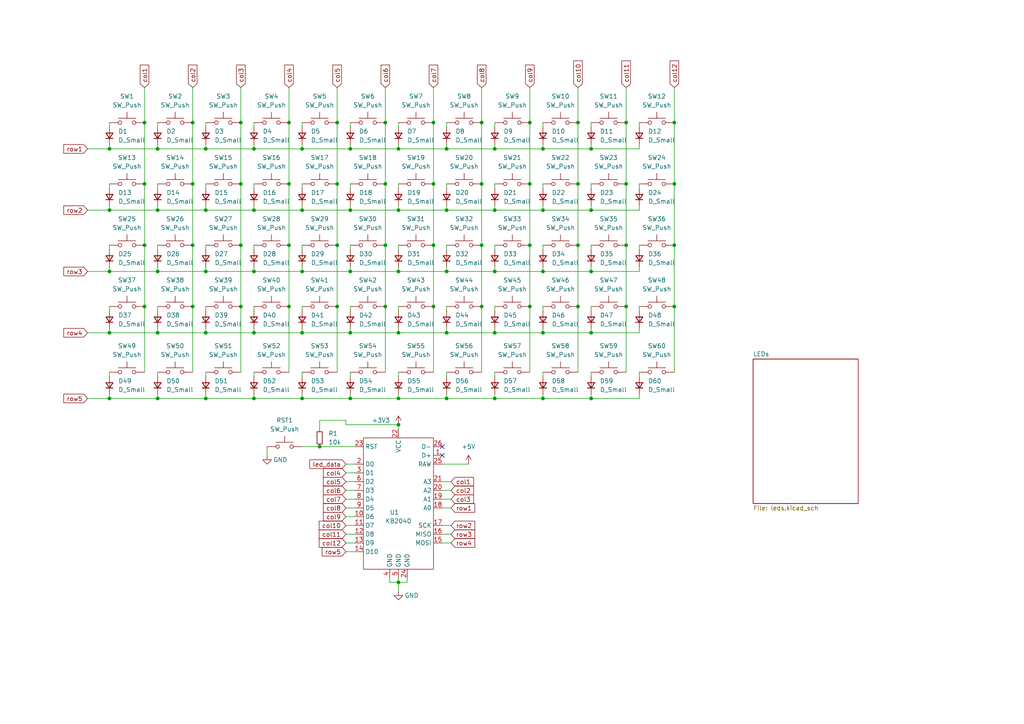
<source format=kicad_sch>
(kicad_sch (version 20211123) (generator eeschema)
  (paper "A4")
  (junction (at 167.64 53.34))
  (junction (at 153.67 35.56))
  (junction (at 87.63 115.57))
  (junction (at 181.61 35.56))
  (junction (at 87.63 43.18))
  (junction (at 101.6 43.18))
  (junction (at 55.88 35.56))
  (junction (at 181.61 88.9))
  (junction (at 31.75 60.96))
  (junction (at 143.51 78.74))
  (junction (at 111.76 53.34))
  (junction (at 73.66 60.96))
  (junction (at 101.6 96.52))
  (junction (at 195.58 88.9))
  (junction (at 45.72 96.52))
  (junction (at 125.73 88.9))
  (junction (at 55.88 71.12))
  (junction (at 31.75 43.18))
  (junction (at 55.88 88.9))
  (junction (at 73.66 43.18))
  (junction (at 195.58 71.12))
  (junction (at 101.6 60.96))
  (junction (at 125.73 35.56))
  (junction (at 195.58 53.34))
  (junction (at 181.61 53.34))
  (junction (at 111.76 71.12))
  (junction (at 97.79 71.12))
  (junction (at 143.51 60.96))
  (junction (at 129.54 96.52))
  (junction (at 73.66 78.74))
  (junction (at 83.82 71.12))
  (junction (at 157.48 115.57))
  (junction (at 45.72 43.18))
  (junction (at 157.48 60.96))
  (junction (at 101.6 78.74))
  (junction (at 45.72 60.96))
  (junction (at 115.57 115.57))
  (junction (at 31.75 96.52))
  (junction (at 129.54 43.18))
  (junction (at 97.79 35.56))
  (junction (at 171.45 78.74))
  (junction (at 157.48 96.52))
  (junction (at 45.72 115.57))
  (junction (at 87.63 78.74))
  (junction (at 41.91 53.34))
  (junction (at 171.45 60.96))
  (junction (at 125.73 53.34))
  (junction (at 115.57 60.96))
  (junction (at 92.71 129.54))
  (junction (at 157.48 43.18))
  (junction (at 171.45 96.52))
  (junction (at 139.7 53.34))
  (junction (at 45.72 78.74))
  (junction (at 83.82 35.56))
  (junction (at 143.51 43.18))
  (junction (at 69.85 53.34))
  (junction (at 171.45 43.18))
  (junction (at 195.58 35.56))
  (junction (at 167.64 71.12))
  (junction (at 129.54 115.57))
  (junction (at 97.79 53.34))
  (junction (at 125.73 71.12))
  (junction (at 73.66 96.52))
  (junction (at 111.76 35.56))
  (junction (at 139.7 71.12))
  (junction (at 171.45 115.57))
  (junction (at 59.69 78.74))
  (junction (at 69.85 71.12))
  (junction (at 115.57 168.91))
  (junction (at 143.51 115.57))
  (junction (at 59.69 115.57))
  (junction (at 139.7 88.9))
  (junction (at 73.66 115.57))
  (junction (at 59.69 60.96))
  (junction (at 69.85 35.56))
  (junction (at 41.91 88.9))
  (junction (at 87.63 60.96))
  (junction (at 97.79 88.9))
  (junction (at 101.6 115.57))
  (junction (at 115.57 43.18))
  (junction (at 59.69 43.18))
  (junction (at 31.75 115.57))
  (junction (at 69.85 88.9))
  (junction (at 129.54 78.74))
  (junction (at 41.91 71.12))
  (junction (at 115.57 123.19))
  (junction (at 115.57 78.74))
  (junction (at 153.67 71.12))
  (junction (at 111.76 88.9))
  (junction (at 167.64 88.9))
  (junction (at 139.7 35.56))
  (junction (at 181.61 71.12))
  (junction (at 83.82 53.34))
  (junction (at 31.75 78.74))
  (junction (at 55.88 53.34))
  (junction (at 115.57 96.52))
  (junction (at 153.67 53.34))
  (junction (at 129.54 60.96))
  (junction (at 83.82 88.9))
  (junction (at 153.67 88.9))
  (junction (at 87.63 96.52))
  (junction (at 59.69 96.52))
  (junction (at 157.48 78.74))
  (junction (at 41.91 35.56))
  (junction (at 143.51 96.52))
  (junction (at 167.64 35.56))
  (no_connect (at 128.27 129.54))
  (no_connect (at 128.27 132.08))
  (wire (pts (xy 101.6 88.9) (xy 101.6 90.17)))
  (wire (pts (xy 143.51 60.96) (xy 157.48 60.96)))
  (wire (pts (xy 185.42 78.74) (xy 185.42 77.47)))
  (wire (pts (xy 139.7 88.9) (xy 139.7 107.95)))
  (wire (pts (xy 171.45 88.9) (xy 171.45 90.17)))
  (wire (pts (xy 129.54 60.96) (xy 129.54 59.69)))
  (wire (pts (xy 143.51 88.9) (xy 143.51 90.17)))
  (wire (pts (xy 59.69 43.18) (xy 73.66 43.18)))
  (wire (pts (xy 167.64 25.4) (xy 167.64 35.56)))
  (wire (pts (xy 87.63 107.95) (xy 87.63 109.22)))
  (wire (pts (xy 31.75 78.74) (xy 45.72 78.74)))
  (wire (pts (xy 97.79 35.56) (xy 97.79 53.34)))
  (wire (pts (xy 87.63 88.9) (xy 87.63 90.17)))
  (wire (pts (xy 167.64 53.34) (xy 167.64 71.12)))
  (wire (pts (xy 115.57 78.74) (xy 129.54 78.74)))
  (wire (pts (xy 111.76 71.12) (xy 111.76 88.9)))
  (wire (pts (xy 73.66 71.12) (xy 73.66 72.39)))
  (wire (pts (xy 115.57 96.52) (xy 115.57 95.25)))
  (wire (pts (xy 195.58 71.12) (xy 195.58 88.9)))
  (wire (pts (xy 83.82 71.12) (xy 83.82 88.9)))
  (wire (pts (xy 45.72 53.34) (xy 45.72 54.61)))
  (wire (pts (xy 101.6 35.56) (xy 101.6 36.83)))
  (wire (pts (xy 31.75 78.74) (xy 31.75 77.47)))
  (wire (pts (xy 59.69 115.57) (xy 73.66 115.57)))
  (wire (pts (xy 69.85 71.12) (xy 69.85 88.9)))
  (wire (pts (xy 125.73 35.56) (xy 125.73 53.34)))
  (wire (pts (xy 87.63 96.52) (xy 87.63 95.25)))
  (wire (pts (xy 41.91 25.4) (xy 41.91 35.56)))
  (wire (pts (xy 195.58 35.56) (xy 195.58 53.34)))
  (wire (pts (xy 129.54 78.74) (xy 129.54 77.47)))
  (wire (pts (xy 45.72 43.18) (xy 59.69 43.18)))
  (wire (pts (xy 101.6 71.12) (xy 101.6 72.39)))
  (wire (pts (xy 128.27 139.7) (xy 130.81 139.7)))
  (wire (pts (xy 45.72 71.12) (xy 45.72 72.39)))
  (wire (pts (xy 125.73 71.12) (xy 125.73 88.9)))
  (wire (pts (xy 92.71 121.92) (xy 100.33 121.92)))
  (wire (pts (xy 113.03 168.91) (xy 115.57 168.91)))
  (wire (pts (xy 101.6 78.74) (xy 101.6 77.47)))
  (wire (pts (xy 97.79 25.4) (xy 97.79 35.56)))
  (wire (pts (xy 87.63 43.18) (xy 101.6 43.18)))
  (wire (pts (xy 157.48 96.52) (xy 171.45 96.52)))
  (wire (pts (xy 45.72 78.74) (xy 45.72 77.47)))
  (wire (pts (xy 143.51 115.57) (xy 143.51 114.3)))
  (wire (pts (xy 143.51 53.34) (xy 143.51 54.61)))
  (wire (pts (xy 73.66 115.57) (xy 87.63 115.57)))
  (wire (pts (xy 100.33 154.94) (xy 102.87 154.94)))
  (wire (pts (xy 125.73 88.9) (xy 125.73 107.95)))
  (wire (pts (xy 115.57 168.91) (xy 118.11 168.91)))
  (wire (pts (xy 100.33 142.24) (xy 102.87 142.24)))
  (wire (pts (xy 115.57 43.18) (xy 129.54 43.18)))
  (wire (pts (xy 118.11 168.91) (xy 118.11 167.64)))
  (wire (pts (xy 69.85 88.9) (xy 69.85 107.95)))
  (wire (pts (xy 59.69 60.96) (xy 59.69 59.69)))
  (wire (pts (xy 139.7 71.12) (xy 139.7 88.9)))
  (wire (pts (xy 157.48 60.96) (xy 157.48 59.69)))
  (wire (pts (xy 115.57 35.56) (xy 115.57 36.83)))
  (wire (pts (xy 115.57 71.12) (xy 115.57 72.39)))
  (wire (pts (xy 25.4 115.57) (xy 31.75 115.57)))
  (wire (pts (xy 153.67 88.9) (xy 153.67 107.95)))
  (wire (pts (xy 115.57 123.19) (xy 115.57 124.46)))
  (wire (pts (xy 31.75 107.95) (xy 31.75 109.22)))
  (wire (pts (xy 143.51 107.95) (xy 143.51 109.22)))
  (wire (pts (xy 25.4 43.18) (xy 31.75 43.18)))
  (wire (pts (xy 59.69 115.57) (xy 59.69 114.3)))
  (wire (pts (xy 101.6 43.18) (xy 115.57 43.18)))
  (wire (pts (xy 73.66 35.56) (xy 73.66 36.83)))
  (wire (pts (xy 167.64 88.9) (xy 167.64 107.95)))
  (wire (pts (xy 157.48 115.57) (xy 157.48 114.3)))
  (wire (pts (xy 87.63 60.96) (xy 101.6 60.96)))
  (wire (pts (xy 115.57 107.95) (xy 115.57 109.22)))
  (wire (pts (xy 157.48 60.96) (xy 171.45 60.96)))
  (wire (pts (xy 100.33 144.78) (xy 102.87 144.78)))
  (wire (pts (xy 83.82 25.4) (xy 83.82 35.56)))
  (wire (pts (xy 143.51 96.52) (xy 143.51 95.25)))
  (wire (pts (xy 59.69 96.52) (xy 59.69 95.25)))
  (wire (pts (xy 101.6 78.74) (xy 115.57 78.74)))
  (wire (pts (xy 129.54 43.18) (xy 143.51 43.18)))
  (wire (pts (xy 83.82 88.9) (xy 83.82 107.95)))
  (wire (pts (xy 45.72 115.57) (xy 45.72 114.3)))
  (wire (pts (xy 92.71 124.46) (xy 92.71 121.92)))
  (wire (pts (xy 115.57 167.64) (xy 115.57 168.91)))
  (wire (pts (xy 167.64 71.12) (xy 167.64 88.9)))
  (wire (pts (xy 143.51 71.12) (xy 143.51 72.39)))
  (wire (pts (xy 129.54 43.18) (xy 129.54 41.91)))
  (wire (pts (xy 87.63 129.54) (xy 92.71 129.54)))
  (wire (pts (xy 171.45 78.74) (xy 185.42 78.74)))
  (wire (pts (xy 129.54 88.9) (xy 129.54 90.17)))
  (wire (pts (xy 153.67 71.12) (xy 153.67 88.9)))
  (wire (pts (xy 100.33 149.86) (xy 102.87 149.86)))
  (wire (pts (xy 101.6 60.96) (xy 115.57 60.96)))
  (wire (pts (xy 171.45 96.52) (xy 171.45 95.25)))
  (wire (pts (xy 171.45 71.12) (xy 171.45 72.39)))
  (wire (pts (xy 143.51 96.52) (xy 157.48 96.52)))
  (wire (pts (xy 157.48 96.52) (xy 157.48 95.25)))
  (wire (pts (xy 100.33 139.7) (xy 102.87 139.7)))
  (wire (pts (xy 143.51 43.18) (xy 143.51 41.91)))
  (wire (pts (xy 55.88 71.12) (xy 55.88 88.9)))
  (wire (pts (xy 87.63 60.96) (xy 87.63 59.69)))
  (wire (pts (xy 59.69 78.74) (xy 59.69 77.47)))
  (wire (pts (xy 171.45 53.34) (xy 171.45 54.61)))
  (wire (pts (xy 129.54 53.34) (xy 129.54 54.61)))
  (wire (pts (xy 45.72 60.96) (xy 45.72 59.69)))
  (wire (pts (xy 181.61 71.12) (xy 181.61 88.9)))
  (wire (pts (xy 31.75 96.52) (xy 31.75 95.25)))
  (wire (pts (xy 195.58 25.4) (xy 195.58 35.56)))
  (wire (pts (xy 157.48 43.18) (xy 157.48 41.91)))
  (wire (pts (xy 129.54 60.96) (xy 143.51 60.96)))
  (wire (pts (xy 185.42 115.57) (xy 185.42 114.3)))
  (wire (pts (xy 185.42 88.9) (xy 185.42 90.17)))
  (wire (pts (xy 100.33 152.4) (xy 102.87 152.4)))
  (wire (pts (xy 101.6 60.96) (xy 101.6 59.69)))
  (wire (pts (xy 73.66 43.18) (xy 73.66 41.91)))
  (wire (pts (xy 181.61 25.4) (xy 181.61 35.56)))
  (wire (pts (xy 185.42 43.18) (xy 185.42 41.91)))
  (wire (pts (xy 73.66 88.9) (xy 73.66 90.17)))
  (wire (pts (xy 31.75 60.96) (xy 31.75 59.69)))
  (wire (pts (xy 45.72 115.57) (xy 59.69 115.57)))
  (wire (pts (xy 45.72 96.52) (xy 59.69 96.52)))
  (wire (pts (xy 31.75 43.18) (xy 45.72 43.18)))
  (wire (pts (xy 55.88 53.34) (xy 55.88 71.12)))
  (wire (pts (xy 59.69 71.12) (xy 59.69 72.39)))
  (wire (pts (xy 59.69 107.95) (xy 59.69 109.22)))
  (wire (pts (xy 143.51 78.74) (xy 143.51 77.47)))
  (wire (pts (xy 87.63 115.57) (xy 101.6 115.57)))
  (wire (pts (xy 31.75 115.57) (xy 31.75 114.3)))
  (wire (pts (xy 73.66 43.18) (xy 87.63 43.18)))
  (wire (pts (xy 171.45 78.74) (xy 171.45 77.47)))
  (wire (pts (xy 115.57 88.9) (xy 115.57 90.17)))
  (wire (pts (xy 31.75 96.52) (xy 45.72 96.52)))
  (wire (pts (xy 157.48 35.56) (xy 157.48 36.83)))
  (wire (pts (xy 128.27 134.62) (xy 135.89 134.62)))
  (wire (pts (xy 115.57 53.34) (xy 115.57 54.61)))
  (wire (pts (xy 153.67 25.4) (xy 153.67 35.56)))
  (wire (pts (xy 97.79 71.12) (xy 97.79 88.9)))
  (wire (pts (xy 100.33 157.48) (xy 102.87 157.48)))
  (wire (pts (xy 171.45 60.96) (xy 185.42 60.96)))
  (wire (pts (xy 59.69 60.96) (xy 73.66 60.96)))
  (wire (pts (xy 100.33 134.62) (xy 102.87 134.62)))
  (wire (pts (xy 129.54 96.52) (xy 143.51 96.52)))
  (wire (pts (xy 157.48 78.74) (xy 171.45 78.74)))
  (wire (pts (xy 139.7 25.4) (xy 139.7 35.56)))
  (wire (pts (xy 171.45 35.56) (xy 171.45 36.83)))
  (wire (pts (xy 55.88 88.9) (xy 55.88 107.95)))
  (wire (pts (xy 115.57 78.74) (xy 115.57 77.47)))
  (wire (pts (xy 128.27 144.78) (xy 130.81 144.78)))
  (wire (pts (xy 115.57 96.52) (xy 129.54 96.52)))
  (wire (pts (xy 31.75 53.34) (xy 31.75 54.61)))
  (wire (pts (xy 181.61 53.34) (xy 181.61 71.12)))
  (wire (pts (xy 92.71 129.54) (xy 102.87 129.54)))
  (wire (pts (xy 157.48 107.95) (xy 157.48 109.22)))
  (wire (pts (xy 87.63 53.34) (xy 87.63 54.61)))
  (wire (pts (xy 69.85 53.34) (xy 69.85 71.12)))
  (wire (pts (xy 185.42 53.34) (xy 185.42 54.61)))
  (wire (pts (xy 73.66 60.96) (xy 73.66 59.69)))
  (wire (pts (xy 143.51 60.96) (xy 143.51 59.69)))
  (wire (pts (xy 59.69 35.56) (xy 59.69 36.83)))
  (wire (pts (xy 101.6 96.52) (xy 115.57 96.52)))
  (wire (pts (xy 73.66 60.96) (xy 87.63 60.96)))
  (wire (pts (xy 101.6 115.57) (xy 101.6 114.3)))
  (wire (pts (xy 129.54 78.74) (xy 143.51 78.74)))
  (wire (pts (xy 125.73 25.4) (xy 125.73 35.56)))
  (wire (pts (xy 171.45 43.18) (xy 171.45 41.91)))
  (wire (pts (xy 45.72 78.74) (xy 59.69 78.74)))
  (wire (pts (xy 171.45 107.95) (xy 171.45 109.22)))
  (wire (pts (xy 111.76 53.34) (xy 111.76 71.12)))
  (wire (pts (xy 115.57 115.57) (xy 115.57 114.3)))
  (wire (pts (xy 73.66 115.57) (xy 73.66 114.3)))
  (wire (pts (xy 101.6 53.34) (xy 101.6 54.61)))
  (wire (pts (xy 59.69 78.74) (xy 73.66 78.74)))
  (wire (pts (xy 128.27 152.4) (xy 130.81 152.4)))
  (wire (pts (xy 113.03 167.64) (xy 113.03 168.91)))
  (wire (pts (xy 171.45 60.96) (xy 171.45 59.69)))
  (wire (pts (xy 195.58 53.34) (xy 195.58 71.12)))
  (wire (pts (xy 171.45 96.52) (xy 185.42 96.52)))
  (wire (pts (xy 128.27 147.32) (xy 130.81 147.32)))
  (wire (pts (xy 185.42 35.56) (xy 185.42 36.83)))
  (wire (pts (xy 87.63 96.52) (xy 101.6 96.52)))
  (wire (pts (xy 41.91 53.34) (xy 41.91 71.12)))
  (wire (pts (xy 128.27 154.94) (xy 130.81 154.94)))
  (wire (pts (xy 171.45 115.57) (xy 171.45 114.3)))
  (wire (pts (xy 171.45 115.57) (xy 185.42 115.57)))
  (wire (pts (xy 55.88 25.4) (xy 55.88 35.56)))
  (wire (pts (xy 83.82 53.34) (xy 83.82 71.12)))
  (wire (pts (xy 31.75 35.56) (xy 31.75 36.83)))
  (wire (pts (xy 111.76 88.9) (xy 111.76 107.95)))
  (wire (pts (xy 181.61 88.9) (xy 181.61 107.95)))
  (wire (pts (xy 69.85 35.56) (xy 69.85 53.34)))
  (wire (pts (xy 41.91 88.9) (xy 41.91 107.95)))
  (wire (pts (xy 31.75 88.9) (xy 31.75 90.17)))
  (wire (pts (xy 181.61 35.56) (xy 181.61 53.34)))
  (wire (pts (xy 185.42 96.52) (xy 185.42 95.25)))
  (wire (pts (xy 25.4 96.52) (xy 31.75 96.52)))
  (wire (pts (xy 100.33 137.16) (xy 102.87 137.16)))
  (wire (pts (xy 143.51 35.56) (xy 143.51 36.83)))
  (wire (pts (xy 129.54 96.52) (xy 129.54 95.25)))
  (wire (pts (xy 125.73 53.34) (xy 125.73 71.12)))
  (wire (pts (xy 185.42 71.12) (xy 185.42 72.39)))
  (wire (pts (xy 87.63 35.56) (xy 87.63 36.83)))
  (wire (pts (xy 143.51 115.57) (xy 157.48 115.57)))
  (wire (pts (xy 128.27 157.48) (xy 130.81 157.48)))
  (wire (pts (xy 129.54 71.12) (xy 129.54 72.39)))
  (wire (pts (xy 69.85 25.4) (xy 69.85 35.56)))
  (wire (pts (xy 87.63 115.57) (xy 87.63 114.3)))
  (wire (pts (xy 185.42 107.95) (xy 185.42 109.22)))
  (wire (pts (xy 25.4 60.96) (xy 31.75 60.96)))
  (wire (pts (xy 139.7 35.56) (xy 139.7 53.34)))
  (wire (pts (xy 129.54 115.57) (xy 143.51 115.57)))
  (wire (pts (xy 73.66 96.52) (xy 73.66 95.25)))
  (wire (pts (xy 55.88 35.56) (xy 55.88 53.34)))
  (wire (pts (xy 139.7 53.34) (xy 139.7 71.12)))
  (wire (pts (xy 157.48 78.74) (xy 157.48 77.47)))
  (wire (pts (xy 157.48 115.57) (xy 171.45 115.57)))
  (wire (pts (xy 87.63 71.12) (xy 87.63 72.39)))
  (wire (pts (xy 115.57 168.91) (xy 115.57 171.45)))
  (wire (pts (xy 129.54 115.57) (xy 129.54 114.3)))
  (wire (pts (xy 87.63 78.74) (xy 101.6 78.74)))
  (wire (pts (xy 45.72 60.96) (xy 59.69 60.96)))
  (wire (pts (xy 157.48 43.18) (xy 171.45 43.18)))
  (wire (pts (xy 171.45 43.18) (xy 185.42 43.18)))
  (wire (pts (xy 157.48 71.12) (xy 157.48 72.39)))
  (wire (pts (xy 73.66 78.74) (xy 87.63 78.74)))
  (wire (pts (xy 73.66 53.34) (xy 73.66 54.61)))
  (wire (pts (xy 73.66 96.52) (xy 87.63 96.52)))
  (wire (pts (xy 31.75 115.57) (xy 45.72 115.57)))
  (wire (pts (xy 45.72 88.9) (xy 45.72 90.17)))
  (wire (pts (xy 101.6 43.18) (xy 101.6 41.91)))
  (wire (pts (xy 45.72 107.95) (xy 45.72 109.22)))
  (wire (pts (xy 97.79 88.9) (xy 97.79 107.95)))
  (wire (pts (xy 45.72 35.56) (xy 45.72 36.83)))
  (wire (pts (xy 101.6 115.57) (xy 115.57 115.57)))
  (wire (pts (xy 111.76 35.56) (xy 111.76 53.34)))
  (wire (pts (xy 115.57 115.57) (xy 129.54 115.57)))
  (wire (pts (xy 31.75 71.12) (xy 31.75 72.39)))
  (wire (pts (xy 115.57 60.96) (xy 129.54 60.96)))
  (wire (pts (xy 41.91 71.12) (xy 41.91 88.9)))
  (wire (pts (xy 45.72 96.52) (xy 45.72 95.25)))
  (wire (pts (xy 97.79 53.34) (xy 97.79 71.12)))
  (wire (pts (xy 143.51 43.18) (xy 157.48 43.18)))
  (wire (pts (xy 101.6 107.95) (xy 101.6 109.22)))
  (wire (pts (xy 25.4 78.74) (xy 31.75 78.74)))
  (wire (pts (xy 157.48 53.34) (xy 157.48 54.61)))
  (wire (pts (xy 195.58 88.9) (xy 195.58 107.95)))
  (wire (pts (xy 59.69 88.9) (xy 59.69 90.17)))
  (wire (pts (xy 87.63 78.74) (xy 87.63 77.47)))
  (wire (pts (xy 31.75 43.18) (xy 31.75 41.91)))
  (wire (pts (xy 73.66 107.95) (xy 73.66 109.22)))
  (wire (pts (xy 100.33 121.92) (xy 100.33 123.19)))
  (wire (pts (xy 73.66 78.74) (xy 73.66 77.47)))
  (wire (pts (xy 129.54 35.56) (xy 129.54 36.83)))
  (wire (pts (xy 77.47 129.54) (xy 77.47 132.08)))
  (wire (pts (xy 128.27 142.24) (xy 130.81 142.24)))
  (wire (pts (xy 167.64 35.56) (xy 167.64 53.34)))
  (wire (pts (xy 100.33 147.32) (xy 102.87 147.32)))
  (wire (pts (xy 59.69 96.52) (xy 73.66 96.52)))
  (wire (pts (xy 185.42 60.96) (xy 185.42 59.69)))
  (wire (pts (xy 115.57 60.96) (xy 115.57 59.69)))
  (wire (pts (xy 153.67 53.34) (xy 153.67 71.12)))
  (wire (pts (xy 45.72 43.18) (xy 45.72 41.91)))
  (wire (pts (xy 59.69 43.18) (xy 59.69 41.91)))
  (wire (pts (xy 101.6 96.52) (xy 101.6 95.25)))
  (wire (pts (xy 41.91 35.56) (xy 41.91 53.34)))
  (wire (pts (xy 100.33 123.19) (xy 115.57 123.19)))
  (wire (pts (xy 83.82 35.56) (xy 83.82 53.34)))
  (wire (pts (xy 111.76 25.4) (xy 111.76 35.56)))
  (wire (pts (xy 129.54 107.95) (xy 129.54 109.22)))
  (wire (pts (xy 31.75 60.96) (xy 45.72 60.96)))
  (wire (pts (xy 143.51 78.74) (xy 157.48 78.74)))
  (wire (pts (xy 87.63 43.18) (xy 87.63 41.91)))
  (wire (pts (xy 100.33 160.02) (xy 102.87 160.02)))
  (wire (pts (xy 115.57 43.18) (xy 115.57 41.91)))
  (wire (pts (xy 153.67 35.56) (xy 153.67 53.34)))
  (wire (pts (xy 59.69 53.34) (xy 59.69 54.61)))
  (wire (pts (xy 157.48 88.9) (xy 157.48 90.17)))
  (global_label "col9" (shape input) (at 100.33 149.86 180) (property "Intersheet References" "${INTERSHEET_REFS}" (effects hide)))
  (global_label "col12" (shape input) (at 100.33 157.48 180) (property "Intersheet References" "${INTERSHEET_REFS}" (effects hide)))
  (global_label "row3" (shape input) (at 25.4 78.74 180) (property "Intersheet References" "${INTERSHEET_REFS}" (effects hide)))
  (global_label "col11" (shape input) (at 181.61 25.4 90) (property "Intersheet References" "${INTERSHEET_REFS}" (effects hide)))
  (global_label "row4" (shape input) (at 25.4 96.52 180) (property "Intersheet References" "${INTERSHEET_REFS}" (effects hide)))
  (global_label "col4" (shape input) (at 100.33 137.16 180) (property "Intersheet References" "${INTERSHEET_REFS}" (effects hide)))
  (global_label "col10" (shape input) (at 167.64 25.4 90) (property "Intersheet References" "${INTERSHEET_REFS}" (effects hide)))
  (global_label "col11" (shape input) (at 100.33 154.94 180) (property "Intersheet References" "${INTERSHEET_REFS}" (effects hide)))
  (global_label "col9" (shape input) (at 153.67 25.4 90) (property "Intersheet References" "${INTERSHEET_REFS}" (effects hide)))
  (global_label "row1" (shape input) (at 130.81 147.32 0) (property "Intersheet References" "${INTERSHEET_REFS}" (effects hide)))
  (global_label "col6" (shape input) (at 100.33 142.24 180) (property "Intersheet References" "${INTERSHEET_REFS}" (effects hide)))
  (global_label "col3" (shape input) (at 69.85 25.4 90) (property "Intersheet References" "${INTERSHEET_REFS}" (effects hide)))
  (global_label "col8" (shape input) (at 139.7 25.4 90) (property "Intersheet References" "${INTERSHEET_REFS}" (effects hide)))
  (global_label "row3" (shape input) (at 130.81 154.94 0) (property "Intersheet References" "${INTERSHEET_REFS}" (effects hide)))
  (global_label "col5" (shape input) (at 100.33 139.7 180) (property "Intersheet References" "${INTERSHEET_REFS}" (effects hide)))
  (global_label "row2" (shape input) (at 25.4 60.96 180) (property "Intersheet References" "${INTERSHEET_REFS}" (effects hide)))
  (global_label "row2" (shape input) (at 130.81 152.4 0) (property "Intersheet References" "${INTERSHEET_REFS}" (effects hide)))
  (global_label "col1" (shape input) (at 41.91 25.4 90) (property "Intersheet References" "${INTERSHEET_REFS}" (effects hide)))
  (global_label "col2" (shape input) (at 130.81 142.24 0) (property "Intersheet References" "${INTERSHEET_REFS}" (effects hide)))
  (global_label "col7" (shape input) (at 125.73 25.4 90) (property "Intersheet References" "${INTERSHEET_REFS}" (effects hide)))
  (global_label "row4" (shape input) (at 130.81 157.48 0) (property "Intersheet References" "${INTERSHEET_REFS}" (effects hide)))
  (global_label "row5" (shape input) (at 25.4 115.57 180) (property "Intersheet References" "${INTERSHEET_REFS}" (effects hide)))
  (global_label "col1" (shape input) (at 130.81 139.7 0) (property "Intersheet References" "${INTERSHEET_REFS}" (effects hide)))
  (global_label "col4" (shape input) (at 83.82 25.4 90) (property "Intersheet References" "${INTERSHEET_REFS}" (effects hide)))
  (global_label "col3" (shape input) (at 130.81 144.78 0) (property "Intersheet References" "${INTERSHEET_REFS}" (effects hide)))
  (global_label "col5" (shape input) (at 97.79 25.4 90) (property "Intersheet References" "${INTERSHEET_REFS}" (effects hide)))
  (global_label "col7" (shape input) (at 100.33 144.78 180) (property "Intersheet References" "${INTERSHEET_REFS}" (effects hide)))
  (global_label "col2" (shape input) (at 55.88 25.4 90) (property "Intersheet References" "${INTERSHEET_REFS}" (effects hide)))
  (global_label "col10" (shape input) (at 100.33 152.4 180) (property "Intersheet References" "${INTERSHEET_REFS}" (effects hide)))
  (global_label "row5" (shape input) (at 100.33 160.02 180) (property "Intersheet References" "${INTERSHEET_REFS}" (effects hide)))
  (global_label "col12" (shape input) (at 195.58 25.4 90) (property "Intersheet References" "${INTERSHEET_REFS}" (effects hide)))
  (global_label "row1" (shape input) (at 25.4 43.18 180) (property "Intersheet References" "${INTERSHEET_REFS}" (effects hide)))
  (global_label "col6" (shape input) (at 111.76 25.4 90) (property "Intersheet References" "${INTERSHEET_REFS}" (effects hide)))
  (global_label "col8" (shape input) (at 100.33 147.32 180) (property "Intersheet References" "${INTERSHEET_REFS}" (effects hide)))
  (global_label "led_data" (shape input) (at 100.33 134.62 180) (property "Intersheet References" "${INTERSHEET_REFS}" (effects hide)))
  (symbol (lib_id "Device:D_Small") (at 45.72 74.93 90) (unit 1)
    (property "Reference" "D26" (at 48.26 73.6599 90) (effects (justify right)))
    (property "Value" "D_Small" (at 48.26 76.1999 90) (effects (justify right)))
    (property "Footprint" "Diode_SMD:D_0805_2012Metric_Pad1.15x1.40mm_HandSolder" (effects hide))
  )
  (symbol (lib_id "Switch:SW_Push") (at 92.71 35.56 0) (unit 1)
    (property "Reference" "SW5" (at 92.71 27.94 0))
    (property "Value" "SW_Push" (at 92.71 30.48 0))
    (property "Footprint" "switches:Choc_ChocSpacing" (effects hide))
  )
  (symbol (lib_id "Device:D_Small") (at 115.57 57.15 90) (unit 1)
    (property "Reference" "D19" (at 118.11 55.8799 90) (effects (justify right)))
    (property "Value" "D_Small" (at 118.11 58.4199 90) (effects (justify right)))
    (property "Footprint" "Diode_SMD:D_0805_2012Metric_Pad1.15x1.40mm_HandSolder" (effects hide))
  )
  (symbol (lib_id "Device:D_Small") (at 143.51 39.37 90) (unit 1)
    (property "Reference" "D9" (at 146.05 38.0999 90) (effects (justify right)))
    (property "Value" "D_Small" (at 146.05 40.6399 90) (effects (justify right)))
    (property "Footprint" "Diode_SMD:D_0805_2012Metric_Pad1.15x1.40mm_HandSolder" (effects hide))
  )
  (symbol (lib_id "Switch:SW_Push") (at 148.59 35.56 0) (unit 1)
    (property "Reference" "SW9" (at 148.59 27.94 0))
    (property "Value" "SW_Push" (at 148.59 30.48 0))
    (property "Footprint" "switches:Choc_ChocSpacing" (effects hide))
  )
  (symbol (lib_id "Device:D_Small") (at 45.72 92.71 90) (unit 1)
    (property "Reference" "D38" (at 48.26 91.4399 90) (effects (justify right)))
    (property "Value" "D_Small" (at 48.26 93.9799 90) (effects (justify right)))
    (property "Footprint" "Diode_SMD:D_0805_2012Metric_Pad1.15x1.40mm_HandSolder" (effects hide))
  )
  (symbol (lib_id "Device:D_Small") (at 171.45 111.76 90) (unit 1)
    (property "Reference" "D59" (at 173.99 110.4899 90) (effects (justify right)))
    (property "Value" "D_Small" (at 173.99 113.0299 90) (effects (justify right)))
    (property "Footprint" "Diode_SMD:D_0805_2012Metric_Pad1.15x1.40mm_HandSolder" (effects hide))
  )
  (symbol (lib_id "Device:D_Small") (at 31.75 39.37 90) (unit 1)
    (property "Reference" "D1" (at 34.29 38.0999 90) (effects (justify right)))
    (property "Value" "D_Small" (at 34.29 40.6399 90) (effects (justify right)))
    (property "Footprint" "Diode_SMD:D_0805_2012Metric_Pad1.15x1.40mm_HandSolder" (effects hide))
  )
  (symbol (lib_id "Switch:SW_Push") (at 64.77 53.34 0) (unit 1)
    (property "Reference" "SW15" (at 64.77 45.72 0))
    (property "Value" "SW_Push" (at 64.77 48.26 0))
    (property "Footprint" "switches:Choc_ChocSpacing" (effects hide))
  )
  (symbol (lib_id "Switch:SW_Push") (at 92.71 107.95 0) (unit 1)
    (property "Reference" "SW53" (at 92.71 100.33 0))
    (property "Value" "SW_Push" (at 92.71 102.87 0))
    (property "Footprint" "switches:Choc_ChocSpacing" (effects hide))
  )
  (symbol (lib_id "Switch:SW_Push") (at 78.74 53.34 0) (unit 1)
    (property "Reference" "SW16" (at 78.74 45.72 0))
    (property "Value" "SW_Push" (at 78.74 48.26 0))
    (property "Footprint" "switches:Choc_ChocSpacing" (effects hide))
  )
  (symbol (lib_id "Switch:SW_Push") (at 176.53 88.9 0) (unit 1)
    (property "Reference" "SW47" (at 176.53 81.28 0))
    (property "Value" "SW_Push" (at 176.53 83.82 0))
    (property "Footprint" "switches:Choc_ChocSpacing" (effects hide))
  )
  (symbol (lib_id "Switch:SW_Push") (at 134.62 35.56 0) (unit 1)
    (property "Reference" "SW8" (at 134.62 27.94 0))
    (property "Value" "SW_Push" (at 134.62 30.48 0))
    (property "Footprint" "switches:Choc_ChocSpacing" (effects hide))
  )
  (symbol (lib_id "Device:D_Small") (at 185.42 74.93 90) (unit 1)
    (property "Reference" "D36" (at 187.96 73.6599 90) (effects (justify right)))
    (property "Value" "D_Small" (at 187.96 76.1999 90) (effects (justify right)))
    (property "Footprint" "Diode_SMD:D_0805_2012Metric_Pad1.15x1.40mm_HandSolder" (effects hide))
  )
  (symbol (lib_id "Switch:SW_Push") (at 190.5 88.9 0) (unit 1)
    (property "Reference" "SW48" (at 190.5 81.28 0))
    (property "Value" "SW_Push" (at 190.5 83.82 0))
    (property "Footprint" "switches:Choc_ChocSpacing" (effects hide))
  )
  (symbol (lib_id "Switch:SW_Push") (at 78.74 88.9 0) (unit 1)
    (property "Reference" "SW40" (at 78.74 81.28 0))
    (property "Value" "SW_Push" (at 78.74 83.82 0))
    (property "Footprint" "switches:Choc_ChocSpacing" (effects hide))
  )
  (symbol (lib_id "Switch:SW_Push") (at 120.65 53.34 0) (unit 1)
    (property "Reference" "SW19" (at 120.65 45.72 0))
    (property "Value" "SW_Push" (at 120.65 48.26 0))
    (property "Footprint" "switches:Choc_ChocSpacing" (effects hide))
  )
  (symbol (lib_id "Device:D_Small") (at 31.75 111.76 90) (unit 1)
    (property "Reference" "D49" (at 34.29 110.4899 90) (effects (justify right)))
    (property "Value" "D_Small" (at 34.29 113.0299 90) (effects (justify right)))
    (property "Footprint" "Diode_SMD:D_0805_2012Metric_Pad1.15x1.40mm_HandSolder" (effects hide))
  )
  (symbol (lib_id "Device:D_Small") (at 157.48 74.93 90) (unit 1)
    (property "Reference" "D34" (at 160.02 73.6599 90) (effects (justify right)))
    (property "Value" "D_Small" (at 160.02 76.1999 90) (effects (justify right)))
    (property "Footprint" "Diode_SMD:D_0805_2012Metric_Pad1.15x1.40mm_HandSolder" (effects hide))
  )
  (symbol (lib_id "Switch:SW_Push") (at 120.65 107.95 0) (unit 1)
    (property "Reference" "SW55" (at 120.65 100.33 0))
    (property "Value" "SW_Push" (at 120.65 102.87 0))
    (property "Footprint" "switches:Choc_ChocSpacing" (effects hide))
  )
  (symbol (lib_id "power:+5V") (at 135.89 134.62 0) (unit 1)
    (property "Reference" "#PWR0105" (effects hide))
    (property "Value" "+5V" (at 135.89 129.54 0))
  )
  (symbol (lib_id "Device:D_Small") (at 143.51 111.76 90) (unit 1)
    (property "Reference" "D57" (at 146.05 110.4899 90) (effects (justify right)))
    (property "Value" "D_Small" (at 146.05 113.0299 90) (effects (justify right)))
    (property "Footprint" "Diode_SMD:D_0805_2012Metric_Pad1.15x1.40mm_HandSolder" (effects hide))
  )
  (symbol (lib_id "Switch:SW_Push") (at 36.83 107.95 0) (unit 1)
    (property "Reference" "SW49" (at 36.83 100.33 0))
    (property "Value" "SW_Push" (at 36.83 102.87 0))
    (property "Footprint" "switches:Choc_ChocSpacing" (effects hide))
  )
  (symbol (lib_id "Device:D_Small") (at 73.66 92.71 90) (unit 1)
    (property "Reference" "D40" (at 76.2 91.4399 90) (effects (justify right)))
    (property "Value" "D_Small" (at 76.2 93.9799 90) (effects (justify right)))
    (property "Footprint" "Diode_SMD:D_0805_2012Metric_Pad1.15x1.40mm_HandSolder" (effects hide))
  )
  (symbol (lib_id "Device:D_Small") (at 87.63 39.37 90) (unit 1)
    (property "Reference" "D5" (at 90.17 38.0999 90) (effects (justify right)))
    (property "Value" "D_Small" (at 90.17 40.6399 90) (effects (justify right)))
    (property "Footprint" "Diode_SMD:D_0805_2012Metric_Pad1.15x1.40mm_HandSolder" (effects hide))
  )
  (symbol (lib_id "Switch:SW_Push") (at 134.62 71.12 0) (unit 1)
    (property "Reference" "SW32" (at 134.62 63.5 0))
    (property "Value" "SW_Push" (at 134.62 66.04 0))
    (property "Footprint" "switches:Choc_ChocSpacing" (effects hide))
  )
  (symbol (lib_id "Switch:SW_Push") (at 134.62 107.95 0) (unit 1)
    (property "Reference" "SW56" (at 134.62 100.33 0))
    (property "Value" "SW_Push" (at 134.62 102.87 0))
    (property "Footprint" "switches:Choc_ChocSpacing" (effects hide))
  )
  (symbol (lib_id "Device:D_Small") (at 157.48 111.76 90) (unit 1)
    (property "Reference" "D58" (at 160.02 110.4899 90) (effects (justify right)))
    (property "Value" "D_Small" (at 160.02 113.0299 90) (effects (justify right)))
    (property "Footprint" "Diode_SMD:D_0805_2012Metric_Pad1.15x1.40mm_HandSolder" (effects hide))
  )
  (symbol (lib_id "Switch:SW_Push") (at 92.71 53.34 0) (unit 1)
    (property "Reference" "SW17" (at 92.71 45.72 0))
    (property "Value" "SW_Push" (at 92.71 48.26 0))
    (property "Footprint" "switches:Choc_ChocSpacing" (effects hide))
  )
  (symbol (lib_id "Switch:SW_Push") (at 50.8 71.12 0) (unit 1)
    (property "Reference" "SW26" (at 50.8 63.5 0))
    (property "Value" "SW_Push" (at 50.8 66.04 0))
    (property "Footprint" "switches:Choc_ChocSpacing" (effects hide))
  )
  (symbol (lib_id "Device:D_Small") (at 101.6 39.37 90) (unit 1)
    (property "Reference" "D6" (at 104.14 38.0999 90) (effects (justify right)))
    (property "Value" "D_Small" (at 104.14 40.6399 90) (effects (justify right)))
    (property "Footprint" "Diode_SMD:D_0805_2012Metric_Pad1.15x1.40mm_HandSolder" (effects hide))
  )
  (symbol (lib_id "Switch:SW_Push") (at 120.65 35.56 0) (unit 1)
    (property "Reference" "SW7" (at 120.65 27.94 0))
    (property "Value" "SW_Push" (at 120.65 30.48 0))
    (property "Footprint" "switches:Choc_ChocSpacing" (effects hide))
  )
  (symbol (lib_id "Switch:SW_Push") (at 176.53 71.12 0) (unit 1)
    (property "Reference" "SW35" (at 176.53 63.5 0))
    (property "Value" "SW_Push" (at 176.53 66.04 0))
    (property "Footprint" "switches:Choc_ChocSpacing" (effects hide))
  )
  (symbol (lib_id "Switch:SW_Push") (at 148.59 107.95 0) (unit 1)
    (property "Reference" "SW57" (at 148.59 100.33 0))
    (property "Value" "SW_Push" (at 148.59 102.87 0))
    (property "Footprint" "switches:Choc_ChocSpacing" (effects hide))
  )
  (symbol (lib_id "Device:D_Small") (at 143.51 74.93 90) (unit 1)
    (property "Reference" "D33" (at 146.05 73.6599 90) (effects (justify right)))
    (property "Value" "D_Small" (at 146.05 76.1999 90) (effects (justify right)))
    (property "Footprint" "Diode_SMD:D_0805_2012Metric_Pad1.15x1.40mm_HandSolder" (effects hide))
  )
  (symbol (lib_id "Device:D_Small") (at 157.48 92.71 90) (unit 1)
    (property "Reference" "D46" (at 160.02 91.4399 90) (effects (justify right)))
    (property "Value" "D_Small" (at 160.02 93.9799 90) (effects (justify right)))
    (property "Footprint" "Diode_SMD:D_0805_2012Metric_Pad1.15x1.40mm_HandSolder" (effects hide))
  )
  (symbol (lib_id "Device:D_Small") (at 129.54 92.71 90) (unit 1)
    (property "Reference" "D44" (at 132.08 91.4399 90) (effects (justify right)))
    (property "Value" "D_Small" (at 132.08 93.9799 90) (effects (justify right)))
    (property "Footprint" "Diode_SMD:D_0805_2012Metric_Pad1.15x1.40mm_HandSolder" (effects hide))
  )
  (symbol (lib_id "Device:D_Small") (at 143.51 57.15 90) (unit 1)
    (property "Reference" "D21" (at 146.05 55.8799 90) (effects (justify right)))
    (property "Value" "D_Small" (at 146.05 58.4199 90) (effects (justify right)))
    (property "Footprint" "Diode_SMD:D_0805_2012Metric_Pad1.15x1.40mm_HandSolder" (effects hide))
  )
  (symbol (lib_id "Switch:SW_Push") (at 120.65 88.9 0) (unit 1)
    (property "Reference" "SW43" (at 120.65 81.28 0))
    (property "Value" "SW_Push" (at 120.65 83.82 0))
    (property "Footprint" "switches:Choc_ChocSpacing" (effects hide))
  )
  (symbol (lib_id "Switch:SW_Push") (at 148.59 71.12 0) (unit 1)
    (property "Reference" "SW33" (at 148.59 63.5 0))
    (property "Value" "SW_Push" (at 148.59 66.04 0))
    (property "Footprint" "switches:Choc_ChocSpacing" (effects hide))
  )
  (symbol (lib_id "Device:D_Small") (at 171.45 92.71 90) (unit 1)
    (property "Reference" "D47" (at 173.99 91.4399 90) (effects (justify right)))
    (property "Value" "D_Small" (at 173.99 93.9799 90) (effects (justify right)))
    (property "Footprint" "Diode_SMD:D_0805_2012Metric_Pad1.15x1.40mm_HandSolder" (effects hide))
  )
  (symbol (lib_id "Device:D_Small") (at 59.69 57.15 90) (unit 1)
    (property "Reference" "D15" (at 62.23 55.8799 90) (effects (justify right)))
    (property "Value" "D_Small" (at 62.23 58.4199 90) (effects (justify right)))
    (property "Footprint" "Diode_SMD:D_0805_2012Metric_Pad1.15x1.40mm_HandSolder" (effects hide))
  )
  (symbol (lib_id "Device:D_Small") (at 129.54 39.37 90) (unit 1)
    (property "Reference" "D8" (at 132.08 38.0999 90) (effects (justify right)))
    (property "Value" "D_Small" (at 132.08 40.6399 90) (effects (justify right)))
    (property "Footprint" "Diode_SMD:D_0805_2012Metric_Pad1.15x1.40mm_HandSolder" (effects hide))
  )
  (symbol (lib_id "Switch:SW_Push") (at 36.83 35.56 0) (unit 1)
    (property "Reference" "SW1" (at 36.83 27.94 0))
    (property "Value" "SW_Push" (at 36.83 30.48 0))
    (property "Footprint" "switches:Choc_ChocSpacing" (effects hide))
  )
  (symbol (lib_id "Device:D_Small") (at 115.57 74.93 90) (unit 1)
    (property "Reference" "D31" (at 118.11 73.6599 90) (effects (justify right)))
    (property "Value" "D_Small" (at 118.11 76.1999 90) (effects (justify right)))
    (property "Footprint" "Diode_SMD:D_0805_2012Metric_Pad1.15x1.40mm_HandSolder" (effects hide))
  )
  (symbol (lib_id "Device:D_Small") (at 59.69 39.37 90) (unit 1)
    (property "Reference" "D3" (at 62.23 38.0999 90) (effects (justify right)))
    (property "Value" "D_Small" (at 62.23 40.6399 90) (effects (justify right)))
    (property "Footprint" "Diode_SMD:D_0805_2012Metric_Pad1.15x1.40mm_HandSolder" (effects hide))
  )
  (symbol (lib_id "Switch:SW_Push") (at 148.59 88.9 0) (unit 1)
    (property "Reference" "SW45" (at 148.59 81.28 0))
    (property "Value" "SW_Push" (at 148.59 83.82 0))
    (property "Footprint" "switches:Choc_ChocSpacing" (effects hide))
  )
  (symbol (lib_id "Keyboard:KB2040") (at 115.57 151.13 0) (unit 1)
    (property "Reference" "U1" (at 113.03 148.59 0) (effects (justify left)))
    (property "Value" "KB2040" (at 111.76 151.13 0) (effects (justify left)))
    (property "Footprint" "boards:kb2040" (effects hide))
  )
  (symbol (lib_id "Device:D_Small") (at 87.63 111.76 90) (unit 1)
    (property "Reference" "D53" (at 90.17 110.4899 90) (effects (justify right)))
    (property "Value" "D_Small" (at 90.17 113.0299 90) (effects (justify right)))
    (property "Footprint" "Diode_SMD:D_0805_2012Metric_Pad1.15x1.40mm_HandSolder" (effects hide))
  )
  (symbol (lib_id "Device:D_Small") (at 171.45 74.93 90) (unit 1)
    (property "Reference" "D35" (at 173.99 73.6599 90) (effects (justify right)))
    (property "Value" "D_Small" (at 173.99 76.1999 90) (effects (justify right)))
    (property "Footprint" "Diode_SMD:D_0805_2012Metric_Pad1.15x1.40mm_HandSolder" (effects hide))
  )
  (symbol (lib_id "Device:D_Small") (at 45.72 111.76 90) (unit 1)
    (property "Reference" "D50" (at 48.26 110.4899 90) (effects (justify right)))
    (property "Value" "D_Small" (at 48.26 113.0299 90) (effects (justify right)))
    (property "Footprint" "Diode_SMD:D_0805_2012Metric_Pad1.15x1.40mm_HandSolder" (effects hide))
  )
  (symbol (lib_id "Device:D_Small") (at 115.57 39.37 90) (unit 1)
    (property "Reference" "D7" (at 118.11 38.0999 90) (effects (justify right)))
    (property "Value" "D_Small" (at 118.11 40.6399 90) (effects (justify right)))
    (property "Footprint" "Diode_SMD:D_0805_2012Metric_Pad1.15x1.40mm_HandSolder" (effects hide))
  )
  (symbol (lib_id "Device:D_Small") (at 73.66 111.76 90) (unit 1)
    (property "Reference" "D52" (at 76.2 110.4899 90) (effects (justify right)))
    (property "Value" "D_Small" (at 76.2 113.0299 90) (effects (justify right)))
    (property "Footprint" "Diode_SMD:D_0805_2012Metric_Pad1.15x1.40mm_HandSolder" (effects hide))
  )
  (symbol (lib_id "Switch:SW_Push") (at 190.5 71.12 0) (unit 1)
    (property "Reference" "SW36" (at 190.5 63.5 0))
    (property "Value" "SW_Push" (at 190.5 66.04 0))
    (property "Footprint" "switches:Choc_ChocSpacing" (effects hide))
  )
  (symbol (lib_id "Switch:SW_Push") (at 134.62 88.9 0) (unit 1)
    (property "Reference" "SW44" (at 134.62 81.28 0))
    (property "Value" "SW_Push" (at 134.62 83.82 0))
    (property "Footprint" "switches:Choc_ChocSpacing" (effects hide))
  )
  (symbol (lib_id "Device:D_Small") (at 101.6 92.71 90) (unit 1)
    (property "Reference" "D42" (at 104.14 91.4399 90) (effects (justify right)))
    (property "Value" "D_Small" (at 104.14 93.9799 90) (effects (justify right)))
    (property "Footprint" "Diode_SMD:D_0805_2012Metric_Pad1.15x1.40mm_HandSolder" (effects hide))
  )
  (symbol (lib_id "Device:D_Small") (at 87.63 74.93 90) (unit 1)
    (property "Reference" "D29" (at 90.17 73.6599 90) (effects (justify right)))
    (property "Value" "D_Small" (at 90.17 76.1999 90) (effects (justify right)))
    (property "Footprint" "Diode_SMD:D_0805_2012Metric_Pad1.15x1.40mm_HandSolder" (effects hide))
  )
  (symbol (lib_id "Switch:SW_Push") (at 106.68 71.12 0) (unit 1)
    (property "Reference" "SW30" (at 106.68 63.5 0))
    (property "Value" "SW_Push" (at 106.68 66.04 0))
    (property "Footprint" "switches:Choc_ChocSpacing" (effects hide))
  )
  (symbol (lib_id "Device:D_Small") (at 73.66 74.93 90) (unit 1)
    (property "Reference" "D28" (at 76.2 73.6599 90) (effects (justify right)))
    (property "Value" "D_Small" (at 76.2 76.1999 90) (effects (justify right)))
    (property "Footprint" "Diode_SMD:D_0805_2012Metric_Pad1.15x1.40mm_HandSolder" (effects hide))
  )
  (symbol (lib_id "Switch:SW_Push") (at 176.53 35.56 0) (unit 1)
    (property "Reference" "SW11" (at 176.53 27.94 0))
    (property "Value" "SW_Push" (at 176.53 30.48 0))
    (property "Footprint" "switches:Choc_ChocSpacing" (effects hide))
  )
  (symbol (lib_id "Switch:SW_Push") (at 64.77 88.9 0) (unit 1)
    (property "Reference" "SW39" (at 64.77 81.28 0))
    (property "Value" "SW_Push" (at 64.77 83.82 0))
    (property "Footprint" "switches:Choc_ChocSpacing" (effects hide))
  )
  (symbol (lib_id "Device:D_Small") (at 45.72 57.15 90) (unit 1)
    (property "Reference" "D14" (at 48.26 55.8799 90) (effects (justify right)))
    (property "Value" "D_Small" (at 48.26 58.4199 90) (effects (justify right)))
    (property "Footprint" "Diode_SMD:D_0805_2012Metric_Pad1.15x1.40mm_HandSolder" (effects hide))
  )
  (symbol (lib_id "Device:D_Small") (at 129.54 74.93 90) (unit 1)
    (property "Reference" "D32" (at 132.08 73.6599 90) (effects (justify right)))
    (property "Value" "D_Small" (at 132.08 76.1999 90) (effects (justify right)))
    (property "Footprint" "Diode_SMD:D_0805_2012Metric_Pad1.15x1.40mm_HandSolder" (effects hide))
  )
  (symbol (lib_id "Switch:SW_Push") (at 134.62 53.34 0) (unit 1)
    (property "Reference" "SW20" (at 134.62 45.72 0))
    (property "Value" "SW_Push" (at 134.62 48.26 0))
    (property "Footprint" "switches:Choc_ChocSpacing" (effects hide))
  )
  (symbol (lib_id "Switch:SW_Push") (at 190.5 107.95 0) (unit 1)
    (property "Reference" "SW60" (at 190.5 100.33 0))
    (property "Value" "SW_Push" (at 190.5 102.87 0))
    (property "Footprint" "switches:Choc_ChocSpacing" (effects hide))
  )
  (symbol (lib_id "Device:D_Small") (at 101.6 57.15 90) (unit 1)
    (property "Reference" "D18" (at 104.14 55.8799 90) (effects (justify right)))
    (property "Value" "D_Small" (at 104.14 58.4199 90) (effects (justify right)))
    (property "Footprint" "Diode_SMD:D_0805_2012Metric_Pad1.15x1.40mm_HandSolder" (effects hide))
  )
  (symbol (lib_id "Device:D_Small") (at 157.48 57.15 90) (unit 1)
    (property "Reference" "D22" (at 160.02 55.8799 90) (effects (justify right)))
    (property "Value" "D_Small" (at 160.02 58.4199 90) (effects (justify right)))
    (property "Footprint" "Diode_SMD:D_0805_2012Metric_Pad1.15x1.40mm_HandSolder" (effects hide))
  )
  (symbol (lib_id "Switch:SW_Push") (at 162.56 53.34 0) (unit 1)
    (property "Reference" "SW22" (at 162.56 45.72 0))
    (property "Value" "SW_Push" (at 162.56 48.26 0))
    (property "Footprint" "switches:Choc_ChocSpacing" (effects hide))
  )
  (symbol (lib_id "Switch:SW_Push") (at 120.65 71.12 0) (unit 1)
    (property "Reference" "SW31" (at 120.65 63.5 0))
    (property "Value" "SW_Push" (at 120.65 66.04 0))
    (property "Footprint" "switches:Choc_ChocSpacing" (effects hide))
  )
  (symbol (lib_id "Switch:SW_Push") (at 36.83 88.9 0) (unit 1)
    (property "Reference" "SW37" (at 36.83 81.28 0))
    (property "Value" "SW_Push" (at 36.83 83.82 0))
    (property "Footprint" "switches:Choc_ChocSpacing" (effects hide))
  )
  (symbol (lib_id "Switch:SW_Push") (at 106.68 53.34 0) (unit 1)
    (property "Reference" "SW18" (at 106.68 45.72 0))
    (property "Value" "SW_Push" (at 106.68 48.26 0))
    (property "Footprint" "switches:Choc_ChocSpacing" (effects hide))
  )
  (symbol (lib_id "Device:D_Small") (at 115.57 111.76 90) (unit 1)
    (property "Reference" "D55" (at 118.11 110.4899 90) (effects (justify right)))
    (property "Value" "D_Small" (at 118.11 113.0299 90) (effects (justify right)))
    (property "Footprint" "Diode_SMD:D_0805_2012Metric_Pad1.15x1.40mm_HandSolder" (effects hide))
  )
  (symbol (lib_id "Switch:SW_Push") (at 106.68 88.9 0) (unit 1)
    (property "Reference" "SW42" (at 106.68 81.28 0))
    (property "Value" "SW_Push" (at 106.68 83.82 0))
    (property "Footprint" "switches:Choc_ChocSpacing" (effects hide))
  )
  (symbol (lib_id "Device:D_Small") (at 59.69 92.71 90) (unit 1)
    (property "Reference" "D39" (at 62.23 91.4399 90) (effects (justify right)))
    (property "Value" "D_Small" (at 62.23 93.9799 90) (effects (justify right)))
    (property "Footprint" "Diode_SMD:D_0805_2012Metric_Pad1.15x1.40mm_HandSolder" (effects hide))
  )
  (symbol (lib_id "Switch:SW_Push") (at 162.56 35.56 0) (unit 1)
    (property "Reference" "SW10" (at 162.56 27.94 0))
    (property "Value" "SW_Push" (at 162.56 30.48 0))
    (property "Footprint" "switches:Choc_ChocSpacing" (effects hide))
  )
  (symbol (lib_id "Switch:SW_Push") (at 50.8 53.34 0) (unit 1)
    (property "Reference" "SW14" (at 50.8 45.72 0))
    (property "Value" "SW_Push" (at 50.8 48.26 0))
    (property "Footprint" "switches:Choc_ChocSpacing" (effects hide))
  )
  (symbol (lib_id "Device:D_Small") (at 101.6 74.93 90) (unit 1)
    (property "Reference" "D30" (at 104.14 73.6599 90) (effects (justify right)))
    (property "Value" "D_Small" (at 104.14 76.1999 90) (effects (justify right)))
    (property "Footprint" "Diode_SMD:D_0805_2012Metric_Pad1.15x1.40mm_HandSolder" (effects hide))
  )
  (symbol (lib_id "Switch:SW_Push") (at 162.56 88.9 0) (unit 1)
    (property "Reference" "SW46" (at 162.56 81.28 0))
    (property "Value" "SW_Push" (at 162.56 83.82 0))
    (property "Footprint" "switches:Choc_ChocSpacing" (effects hide))
  )
  (symbol (lib_id "Device:R_Small") (at 92.71 127 0) (unit 1)
    (property "Reference" "R1" (at 95.25 125.7299 0) (effects (justify left)))
    (property "Value" "10k" (at 95.25 128.2699 0) (effects (justify left)))
    (property "Footprint" "Resistor_SMD:R_0805_2012Metric_Pad1.20x1.40mm_HandSolder" (effects hide))
  )
  (symbol (lib_id "Switch:SW_Push") (at 50.8 35.56 0) (unit 1)
    (property "Reference" "SW2" (at 50.8 27.94 0))
    (property "Value" "SW_Push" (at 50.8 30.48 0))
    (property "Footprint" "switches:Choc_ChocSpacing" (effects hide))
  )
  (symbol (lib_id "Device:D_Small") (at 31.75 57.15 90) (unit 1)
    (property "Reference" "D13" (at 34.29 55.8799 90) (effects (justify right)))
    (property "Value" "D_Small" (at 34.29 58.4199 90) (effects (justify right)))
    (property "Footprint" "Diode_SMD:D_0805_2012Metric_Pad1.15x1.40mm_HandSolder" (effects hide))
  )
  (symbol (lib_id "Switch:SW_Push") (at 36.83 71.12 0) (unit 1)
    (property "Reference" "SW25" (at 36.83 63.5 0))
    (property "Value" "SW_Push" (at 36.83 66.04 0))
    (property "Footprint" "switches:Choc_ChocSpacing" (effects hide))
  )
  (symbol (lib_id "power:GND") (at 77.47 132.08 0) (unit 1)
    (property "Reference" "#PWR02" (effects hide))
    (property "Value" "GND" (at 81.28 133.35 0))
  )
  (symbol (lib_id "Device:D_Small") (at 171.45 39.37 90) (unit 1)
    (property "Reference" "D11" (at 173.99 38.0999 90) (effects (justify right)))
    (property "Value" "D_Small" (at 173.99 40.6399 90) (effects (justify right)))
    (property "Footprint" "Diode_SMD:D_0805_2012Metric_Pad1.15x1.40mm_HandSolder" (effects hide))
  )
  (symbol (lib_id "Device:D_Small") (at 73.66 39.37 90) (unit 1)
    (property "Reference" "D4" (at 76.2 38.0999 90) (effects (justify right)))
    (property "Value" "D_Small" (at 76.2 40.6399 90) (effects (justify right)))
    (property "Footprint" "Diode_SMD:D_0805_2012Metric_Pad1.15x1.40mm_HandSolder" (effects hide))
  )
  (symbol (lib_id "Switch:SW_Push") (at 106.68 35.56 0) (unit 1)
    (property "Reference" "SW6" (at 106.68 27.94 0))
    (property "Value" "SW_Push" (at 106.68 30.48 0))
    (property "Footprint" "switches:Choc_ChocSpacing" (effects hide))
  )
  (symbol (lib_id "Switch:SW_Push") (at 92.71 71.12 0) (unit 1)
    (property "Reference" "SW29" (at 92.71 63.5 0))
    (property "Value" "SW_Push" (at 92.71 66.04 0))
    (property "Footprint" "switches:Choc_ChocSpacing" (effects hide))
  )
  (symbol (lib_id "Switch:SW_Push") (at 162.56 107.95 0) (unit 1)
    (property "Reference" "SW58" (at 162.56 100.33 0))
    (property "Value" "SW_Push" (at 162.56 102.87 0))
    (property "Footprint" "switches:Choc_ChocSpacing" (effects hide))
  )
  (symbol (lib_id "Device:D_Small") (at 31.75 74.93 90) (unit 1)
    (property "Reference" "D25" (at 34.29 73.6599 90) (effects (justify right)))
    (property "Value" "D_Small" (at 34.29 76.1999 90) (effects (justify right)))
    (property "Footprint" "Diode_SMD:D_0805_2012Metric_Pad1.15x1.40mm_HandSolder" (effects hide))
  )
  (symbol (lib_id "Switch:SW_Push") (at 50.8 107.95 0) (unit 1)
    (property "Reference" "SW50" (at 50.8 100.33 0))
    (property "Value" "SW_Push" (at 50.8 102.87 0))
    (property "Footprint" "switches:Choc_ChocSpacing" (effects hide))
  )
  (symbol (lib_id "Device:D_Small") (at 185.42 111.76 90) (unit 1)
    (property "Reference" "D60" (at 187.96 110.4899 90) (effects (justify right)))
    (property "Value" "D_Small" (at 187.96 113.0299 90) (effects (justify right)))
    (property "Footprint" "Diode_SMD:D_0805_2012Metric_Pad1.15x1.40mm_HandSolder" (effects hide))
  )
  (symbol (lib_id "Device:D_Small") (at 115.57 92.71 90) (unit 1)
    (property "Reference" "D43" (at 118.11 91.4399 90) (effects (justify right)))
    (property "Value" "D_Small" (at 118.11 93.9799 90) (effects (justify right)))
    (property "Footprint" "Diode_SMD:D_0805_2012Metric_Pad1.15x1.40mm_HandSolder" (effects hide))
  )
  (symbol (lib_id "Device:D_Small") (at 31.75 92.71 90) (unit 1)
    (property "Reference" "D37" (at 34.29 91.4399 90) (effects (justify right)))
    (property "Value" "D_Small" (at 34.29 93.9799 90) (effects (justify right)))
    (property "Footprint" "Diode_SMD:D_0805_2012Metric_Pad1.15x1.40mm_HandSolder" (effects hide))
  )
  (symbol (lib_id "Device:D_Small") (at 171.45 57.15 90) (unit 1)
    (property "Reference" "D23" (at 173.99 55.8799 90) (effects (justify right)))
    (property "Value" "D_Small" (at 173.99 58.4199 90) (effects (justify right)))
    (property "Footprint" "Diode_SMD:D_0805_2012Metric_Pad1.15x1.40mm_HandSolder" (effects hide))
  )
  (symbol (lib_id "Device:D_Small") (at 87.63 92.71 90) (unit 1)
    (property "Reference" "D41" (at 90.17 91.4399 90) (effects (justify right)))
    (property "Value" "D_Small" (at 90.17 93.9799 90) (effects (justify right)))
    (property "Footprint" "Diode_SMD:D_0805_2012Metric_Pad1.15x1.40mm_HandSolder" (effects hide))
  )
  (symbol (lib_id "power:GND") (at 115.57 171.45 0) (unit 1)
    (property "Reference" "#PWR03" (effects hide))
    (property "Value" "GND" (at 119.38 172.72 0))
  )
  (symbol (lib_id "Switch:SW_Push") (at 176.53 107.95 0) (unit 1)
    (property "Reference" "SW59" (at 176.53 100.33 0))
    (property "Value" "SW_Push" (at 176.53 102.87 0))
    (property "Footprint" "switches:Choc_ChocSpacing" (effects hide))
  )
  (symbol (lib_id "Device:D_Small") (at 129.54 111.76 90) (unit 1)
    (property "Reference" "D56" (at 132.08 110.4899 90) (effects (justify right)))
    (property "Value" "D_Small" (at 132.08 113.0299 90) (effects (justify right)))
    (property "Footprint" "Diode_SMD:D_0805_2012Metric_Pad1.15x1.40mm_HandSolder" (effects hide))
  )
  (symbol (lib_id "Switch:SW_Push") (at 78.74 35.56 0) (unit 1)
    (property "Reference" "SW4" (at 78.74 27.94 0))
    (property "Value" "SW_Push" (at 78.74 30.48 0))
    (property "Footprint" "switches:Choc_ChocSpacing" (effects hide))
  )
  (symbol (lib_id "Device:D_Small") (at 185.42 39.37 90) (unit 1)
    (property "Reference" "D12" (at 187.96 38.0999 90) (effects (justify right)))
    (property "Value" "D_Small" (at 187.96 40.6399 90) (effects (justify right)))
    (property "Footprint" "Diode_SMD:D_0805_2012Metric_Pad1.15x1.40mm_HandSolder" (effects hide))
  )
  (symbol (lib_id "Device:D_Small") (at 87.63 57.15 90) (unit 1)
    (property "Reference" "D17" (at 90.17 55.8799 90) (effects (justify right)))
    (property "Value" "D_Small" (at 90.17 58.4199 90) (effects (justify right)))
    (property "Footprint" "Diode_SMD:D_0805_2012Metric_Pad1.15x1.40mm_HandSolder" (effects hide))
  )
  (symbol (lib_id "Switch:SW_Push") (at 64.77 71.12 0) (unit 1)
    (property "Reference" "SW27" (at 64.77 63.5 0))
    (property "Value" "SW_Push" (at 64.77 66.04 0))
    (property "Footprint" "switches:Choc_ChocSpacing" (effects hide))
  )
  (symbol (lib_id "Switch:SW_Push") (at 190.5 53.34 0) (unit 1)
    (property "Reference" "SW24" (at 190.5 45.72 0))
    (property "Value" "SW_Push" (at 190.5 48.26 0))
    (property "Footprint" "switches:Choc_ChocSpacing" (effects hide))
  )
  (symbol (lib_id "Device:D_Small") (at 185.42 57.15 90) (unit 1)
    (property "Reference" "D24" (at 187.96 55.8799 90) (effects (justify right)))
    (property "Value" "D_Small" (at 187.96 58.4199 90) (effects (justify right)))
    (property "Footprint" "Diode_SMD:D_0805_2012Metric_Pad1.15x1.40mm_HandSolder" (effects hide))
  )
  (symbol (lib_id "Device:D_Small") (at 185.42 92.71 90) (unit 1)
    (property "Reference" "D48" (at 187.96 91.4399 90) (effects (justify right)))
    (property "Value" "D_Small" (at 187.96 93.9799 90) (effects (justify right)))
    (property "Footprint" "Diode_SMD:D_0805_2012Metric_Pad1.15x1.40mm_HandSolder" (effects hide))
  )
  (symbol (lib_id "Switch:SW_Push") (at 64.77 107.95 0) (unit 1)
    (property "Reference" "SW51" (at 64.77 100.33 0))
    (property "Value" "SW_Push" (at 64.77 102.87 0))
    (property "Footprint" "switches:Choc_ChocSpacing" (effects hide))
  )
  (symbol (lib_id "Switch:SW_Push") (at 64.77 35.56 0) (unit 1)
    (property "Reference" "SW3" (at 64.77 27.94 0))
    (property "Value" "SW_Push" (at 64.77 30.48 0))
    (property "Footprint" "switches:Choc_ChocSpacing" (effects hide))
  )
  (symbol (lib_id "Device:D_Small") (at 59.69 111.76 90) (unit 1)
    (property "Reference" "D51" (at 62.23 110.4899 90) (effects (justify right)))
    (property "Value" "D_Small" (at 62.23 113.0299 90) (effects (justify right)))
    (property "Footprint" "Diode_SMD:D_0805_2012Metric_Pad1.15x1.40mm_HandSolder" (effects hide))
  )
  (symbol (lib_id "Switch:SW_Push") (at 92.71 88.9 0) (unit 1)
    (property "Reference" "SW41" (at 92.71 81.28 0))
    (property "Value" "SW_Push" (at 92.71 83.82 0))
    (property "Footprint" "switches:Choc_ChocSpacing" (effects hide))
  )
  (symbol (lib_id "Switch:SW_Push") (at 176.53 53.34 0) (unit 1)
    (property "Reference" "SW23" (at 176.53 45.72 0))
    (property "Value" "SW_Push" (at 176.53 48.26 0))
    (property "Footprint" "switches:Choc_ChocSpacing" (effects hide))
  )
  (symbol (lib_id "Switch:SW_Push") (at 36.83 53.34 0) (unit 1)
    (property "Reference" "SW13" (at 36.83 45.72 0))
    (property "Value" "SW_Push" (at 36.83 48.26 0))
    (property "Footprint" "switches:Choc_ChocSpacing" (effects hide))
  )
  (symbol (lib_id "Switch:SW_Push") (at 82.55 129.54 0) (unit 1)
    (property "Reference" "RST1" (at 82.55 121.92 0))
    (property "Value" "SW_Push" (at 82.55 124.46 0))
    (property "Footprint" "Keebio-Parts:SW_Tactile_SPST_Angled_MJTP1117" (effects hide))
  )
  (symbol (lib_id "power:+3V3") (at 115.57 123.19 0) (unit 1)
    (property "Reference" "#PWR01" (effects hide))
    (property "Value" "+3V3" (at 110.49 121.92 0))
  )
  (symbol (lib_id "Switch:SW_Push") (at 78.74 107.95 0) (unit 1)
    (property "Reference" "SW52" (at 78.74 100.33 0))
    (property "Value" "SW_Push" (at 78.74 102.87 0))
    (property "Footprint" "switches:Choc_ChocSpacing" (effects hide))
  )
  (symbol (lib_id "Switch:SW_Push") (at 106.68 107.95 0) (unit 1)
    (property "Reference" "SW54" (at 106.68 100.33 0))
    (property "Value" "SW_Push" (at 106.68 102.87 0))
    (property "Footprint" "switches:Choc_ChocSpacing" (effects hide))
  )
  (symbol (lib_id "Switch:SW_Push") (at 78.74 71.12 0) (unit 1)
    (property "Reference" "SW28" (at 78.74 63.5 0))
    (property "Value" "SW_Push" (at 78.74 66.04 0))
    (property "Footprint" "switches:Choc_ChocSpacing" (effects hide))
  )
  (symbol (lib_id "Device:D_Small") (at 101.6 111.76 90) (unit 1)
    (property "Reference" "D54" (at 104.14 110.4899 90) (effects (justify right)))
    (property "Value" "D_Small" (at 104.14 113.0299 90) (effects (justify right)))
    (property "Footprint" "Diode_SMD:D_0805_2012Metric_Pad1.15x1.40mm_HandSolder" (effects hide))
  )
  (symbol (lib_id "Device:D_Small") (at 73.66 57.15 90) (unit 1)
    (property "Reference" "D16" (at 76.2 55.8799 90) (effects (justify right)))
    (property "Value" "D_Small" (at 76.2 58.4199 90) (effects (justify right)))
    (property "Footprint" "Diode_SMD:D_0805_2012Metric_Pad1.15x1.40mm_HandSolder" (effects hide))
  )
  (symbol (lib_id "Device:D_Small") (at 143.51 92.71 90) (unit 1)
    (property "Reference" "D45" (at 146.05 91.4399 90) (effects (justify right)))
    (property "Value" "D_Small" (at 146.05 93.9799 90) (effects (justify right)))
    (property "Footprint" "Diode_SMD:D_0805_2012Metric_Pad1.15x1.40mm_HandSolder" (effects hide))
  )
  (symbol (lib_id "Device:D_Small") (at 157.48 39.37 90) (unit 1)
    (property "Reference" "D10" (at 160.02 38.0999 90) (effects (justify right)))
    (property "Value" "D_Small" (at 160.02 40.6399 90) (effects (justify right)))
    (property "Footprint" "Diode_SMD:D_0805_2012Metric_Pad1.15x1.40mm_HandSolder" (effects hide))
  )
  (symbol (lib_id "Switch:SW_Push") (at 190.5 35.56 0) (unit 1)
    (property "Reference" "SW12" (at 190.5 27.94 0))
    (property "Value" "SW_Push" (at 190.5 30.48 0))
    (property "Footprint" "switches:Choc_ChocSpacing" (effects hide))
  )
  (symbol (lib_id "Switch:SW_Push") (at 148.59 53.34 0) (unit 1)
    (property "Reference" "SW21" (at 148.59 45.72 0))
    (property "Value" "SW_Push" (at 148.59 48.26 0))
    (property "Footprint" "switches:Choc_ChocSpacing" (effects hide))
  )
  (symbol (lib_id "Device:D_Small") (at 45.72 39.37 90) (unit 1)
    (property "Reference" "D2" (at 48.26 38.0999 90) (effects (justify right)))
    (property "Value" "D_Small" (at 48.26 40.6399 90) (effects (justify right)))
    (property "Footprint" "Diode_SMD:D_0805_2012Metric_Pad1.15x1.40mm_HandSolder" (effects hide))
  )
  (symbol (lib_id "Switch:SW_Push") (at 50.8 88.9 0) (unit 1)
    (property "Reference" "SW38" (at 50.8 81.28 0))
    (property "Value" "SW_Push" (at 50.8 83.82 0))
    (property "Footprint" "switches:Choc_ChocSpacing" (effects hide))
  )
  (symbol (lib_id "Switch:SW_Push") (at 162.56 71.12 0) (unit 1)
    (property "Reference" "SW34" (at 162.56 63.5 0))
    (property "Value" "SW_Push" (at 162.56 66.04 0))
    (property "Footprint" "switches:Choc_ChocSpacing" (effects hide))
  )
  (symbol (lib_id "Device:D_Small") (at 129.54 57.15 90) (unit 1)
    (property "Reference" "D20" (at 132.08 55.8799 90) (effects (justify right)))
    (property "Value" "D_Small" (at 132.08 58.4199 90) (effects (justify right)))
    (property "Footprint" "Diode_SMD:D_0805_2012Metric_Pad1.15x1.40mm_HandSolder" (effects hide))
  )
  (symbol (lib_id "Device:D_Small") (at 59.69 74.93 90) (unit 1)
    (property "Reference" "D27" (at 62.23 73.6599 90) (effects (justify right)))
    (property "Value" "D_Small" (at 62.23 76.1999 90) (effects (justify right)))
    (property "Footprint" "Diode_SMD:D_0805_2012Metric_Pad1.15x1.40mm_HandSolder" (effects hide))
  )
  (sheet (at 218.44 104.14) (size 30.48 41.91) (stroke (width 0.1524))
    (property "Sheet name" "LEDs" (at 218.44 103.4284 0) (effects (justify left bottom)))
    (property "Sheet file" "leds.kicad_sch" (at 218.44 146.6346 0) (effects (justify left top)))
  )
)
</source>
